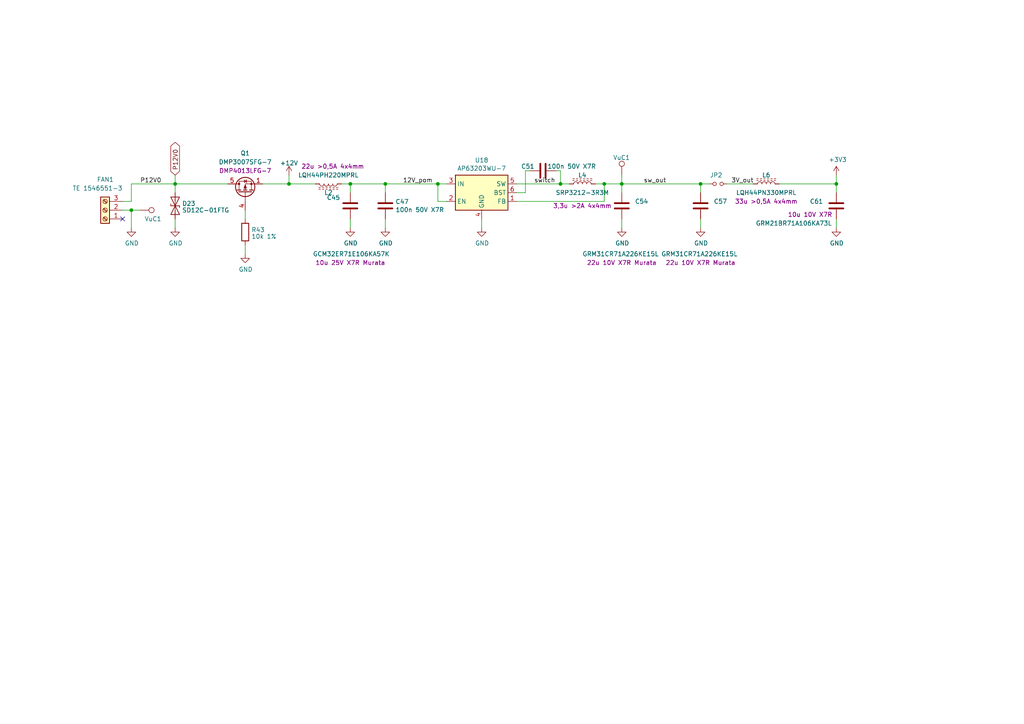
<source format=kicad_sch>
(kicad_sch (version 20230121) (generator eeschema)
  (paper "A4")
  (lib_symbols
    (symbol "Connector:Screw_Terminal_01x03" (pin_names (offset 1.016) hide)
      (property "Reference" "J" (at 0 5.08 0))
      (property "Value" "Screw_Terminal_01x03" (at 0 -5.08 0))
      (symbol "Screw_Terminal_01x03_1_1"
        (rectangle (start -1.27 3.81) (end 1.27 -3.81) (stroke (width 0.254)) (fill (type background)))
        (circle (center 0 -2.54) (radius 0.635) (stroke (width 0.1524)))
        (polyline (pts (xy -0.5334 -2.2098) (xy 0.3302 -3.048)) (stroke (width 0.1524)))
        (polyline (pts (xy -0.5334 0.3302) (xy 0.3302 -0.508)) (stroke (width 0.1524)))
        (polyline (pts (xy -0.5334 2.8702) (xy 0.3302 2.032)) (stroke (width 0.1524)))
        (polyline (pts (xy -0.3556 -2.032) (xy 0.508 -2.8702)) (stroke (width 0.1524)))
        (polyline (pts (xy -0.3556 0.508) (xy 0.508 -0.3302)) (stroke (width 0.1524)))
        (polyline (pts (xy -0.3556 3.048) (xy 0.508 2.2098)) (stroke (width 0.1524)))
        (circle (center 0 0) (radius 0.635) (stroke (width 0.1524)))
        (circle (center 0 2.54) (radius 0.635) (stroke (width 0.1524)))
        (pin passive line (at -5.08 2.54 0) (length 3.81) (name "Pin_1") (number "1"))
        (pin passive line (at -5.08 0 0) (length 3.81) (name "Pin_2") (number "2"))
        (pin passive line (at -5.08 -2.54 0) (length 3.81) (name "Pin_3") (number "3"))
      )
    )
    (symbol "Connector:TestPoint" (pin_numbers hide) (pin_names (offset 0.762) hide)
      (property "Reference" "TP" (at 0 6.858 0))
      (property "Value" "TestPoint" (at 0 5.08 0))
      (symbol "TestPoint_0_1"
        (circle (center 0 3.302) (radius 0.762))
      )
      (symbol "TestPoint_1_1"
        (pin passive line (at 0 0 90) (length 2.54) (name "1") (number "1"))
      )
    )
    (symbol "Device:C" (pin_numbers hide) (pin_names (offset 0.254))
      (property "Reference" "C" (at 0.635 2.54 0))
      (property "Value" "C" (at 0.635 -2.54 0))
      (symbol "C_0_1"
        (polyline (pts (xy -2.032 -0.762) (xy 2.032 -0.762)) (stroke (width 0.508)))
        (polyline (pts (xy -2.032 0.762) (xy 2.032 0.762)) (stroke (width 0.508)))
      )
      (symbol "C_1_1"
        (pin passive line (at 0 3.81 270) (length 2.794) (name "~") (number "1"))
        (pin passive line (at 0 -3.81 90) (length 2.794) (name "~") (number "2"))
      )
    )
    (symbol "Device:R" (pin_numbers hide) (pin_names (offset 0))
      (property "Reference" "R" (at 2.032 0 90))
      (property "Value" "R" (at 0 0 90))
      (symbol "R_0_1"
        (rectangle (start -1.016 -2.54) (end 1.016 2.54) (stroke (width 0.254)))
      )
      (symbol "R_1_1"
        (pin passive line (at 0 3.81 270) (length 1.27) (name "~") (number "1"))
        (pin passive line (at 0 -3.81 90) (length 1.27) (name "~") (number "2"))
      )
    )
    (symbol "Diode:SD12_SOD323" (pin_numbers hide) (pin_names (offset 1.016) hide)
      (property "Reference" "D" (at 0 2.54 0))
      (property "Value" "SD12_SOD323" (at 0 -2.54 0))
      (symbol "SD12_SOD323_0_1"
        (polyline (pts (xy 1.27 0) (xy -1.27 0)))
        (polyline (pts (xy -2.54 -1.27) (xy 0 0) (xy -2.54 1.27) (xy -2.54 -1.27)) (stroke (width 0.2032)))
        (polyline (pts (xy 0.508 1.27) (xy 0 1.27) (xy 0 -1.27) (xy -0.508 -1.27)) (stroke (width 0.2032)))
        (polyline (pts (xy 2.54 1.27) (xy 2.54 -1.27) (xy 0 0) (xy 2.54 1.27)) (stroke (width 0.2032)))
      )
      (symbol "SD12_SOD323_1_1"
        (pin passive line (at -3.81 0 0) (length 2.54) (name "A1") (number "1"))
        (pin passive line (at 3.81 0 180) (length 2.54) (name "A2") (number "2"))
      )
    )
    (symbol "Regulator_Switching:AP63205WU"
      (property "Reference" "U" (at -7.62 6.35 0))
      (property "Value" "AP63205WU" (at 2.54 6.35 0))
      (symbol "AP63205WU_0_1"
        (rectangle (start -7.62 5.08) (end 7.62 -5.08) (stroke (width 0.254)) (fill (type background)))
      )
      (symbol "AP63205WU_1_1"
        (pin input line (at 10.16 -2.54 180) (length 2.54) (name "FB") (number "1"))
        (pin input line (at -10.16 -2.54 0) (length 2.54) (name "EN") (number "2"))
        (pin power_in line (at -10.16 2.54 0) (length 2.54) (name "IN") (number "3"))
        (pin power_in line (at 0 -7.62 90) (length 2.54) (name "GND") (number "4"))
        (pin output line (at 10.16 2.54 180) (length 2.54) (name "SW") (number "5"))
        (pin passive line (at 10.16 0 180) (length 2.54) (name "BST") (number "6"))
      )
    )
    (symbol "Transistor_FET:DMP3013SFV" (pin_names hide)
      (property "Reference" "Q" (at 5.08 1.905 0))
      (property "Value" "DMP3013SFV" (at 5.08 0 0))
      (symbol "DMP3013SFV_0_1"
        (polyline (pts (xy 0.254 0) (xy -2.54 0)))
        (polyline (pts (xy 0.254 1.905) (xy 0.254 -1.905)) (stroke (width 0.254)))
        (polyline (pts (xy 0.762 -1.27) (xy 0.762 -2.286)) (stroke (width 0.254)))
        (polyline (pts (xy 0.762 0.508) (xy 0.762 -0.508)) (stroke (width 0.254)))
        (polyline (pts (xy 0.762 2.286) (xy 0.762 1.27)) (stroke (width 0.254)))
        (polyline (pts (xy 2.54 2.54) (xy 2.54 1.778)))
        (polyline (pts (xy 2.54 -2.54) (xy 2.54 0) (xy 0.762 0)))
        (polyline (pts (xy 0.762 1.778) (xy 3.302 1.778) (xy 3.302 -1.778) (xy 0.762 -1.778)))
        (polyline (pts (xy 2.286 0) (xy 1.27 0.381) (xy 1.27 -0.381) (xy 2.286 0)) (fill (type outline)))
        (polyline (pts (xy 2.794 -0.508) (xy 2.921 -0.381) (xy 3.683 -0.381) (xy 3.81 -0.254)))
        (polyline (pts (xy 3.302 -0.381) (xy 2.921 0.254) (xy 3.683 0.254) (xy 3.302 -0.381)))
        (circle (center 1.651 0) (radius 2.794) (stroke (width 0.254)))
        (circle (center 2.54 -1.778) (radius 0.254) (fill (type outline)))
        (circle (center 2.54 1.778) (radius 0.254) (fill (type outline)))
      )
      (symbol "DMP3013SFV_1_1"
        (pin passive line (at 2.54 -5.08 90) (length 2.54) (name "S") (number "1"))
        (pin passive line (at 2.54 -5.08 90) (length 2.54) hide (name "S") (number "2"))
        (pin passive line (at 2.54 -5.08 90) (length 2.54) hide (name "S") (number "3"))
        (pin passive line (at -5.08 0 0) (length 2.54) (name "G") (number "4"))
        (pin passive line (at 2.54 5.08 270) (length 2.54) (name "D") (number "5"))
      )
    )
    (symbol "power:+12V" (power) (pin_names (offset 0))
      (property "Value" "+12V" (at 0 3.556 0))
      (symbol "+12V_0_1"
        (polyline (pts (xy -0.762 1.27) (xy 0 2.54)))
        (polyline (pts (xy 0 0) (xy 0 2.54)))
        (polyline (pts (xy 0 2.54) (xy 0.762 1.27)))
      )
      (symbol "+12V_1_1"
        (pin power_in line (at 0 0 90) (length 0) hide (name "+12V") (number "1"))
      )
    )
    (symbol "power:+3V3" (power) (pin_names (offset 0))
      (property "Value" "+3V3" (at 0 3.556 0))
      (symbol "+3V3_0_1"
        (polyline (pts (xy -0.762 1.27) (xy 0 2.54)))
        (polyline (pts (xy 0 0) (xy 0 2.54)))
        (polyline (pts (xy 0 2.54) (xy 0.762 1.27)))
      )
      (symbol "+3V3_1_1"
        (pin power_in line (at 0 0 90) (length 0) hide (name "+3V3") (number "1"))
      )
    )
    (symbol "power:GND" (power) (pin_names (offset 0))
      (property "Value" "GND" (at 0 -3.81 0))
      (symbol "GND_0_1"
        (polyline (pts (xy 0 0) (xy 0 -1.27) (xy 1.27 -1.27) (xy 0 -2.54) (xy -1.27 -1.27) (xy 0 -1.27)))
      )
      (symbol "GND_1_1"
        (pin power_in line (at 0 0 270) (length 0) hide (name "GND") (number "1"))
      )
    )
    (symbol "powersc7-rescue:Jumper_NO_Small-Device" (pin_numbers hide) (pin_names (offset 0.762) hide)
      (property "Reference" "JP" (at 0 2.032 0))
      (property "Value" "Device_Jumper_NO_Small" (at 0.254 -1.524 0))
      (symbol "Jumper_NO_Small-Device_0_1"
        (circle (center -1.016 0) (radius 0.508))
        (circle (center 1.016 0) (radius 0.508))
        (pin passive line (at -2.54 0 0) (length 1.016) (name "1") (number "1"))
        (pin passive line (at 2.54 0 180) (length 1.016) (name "2") (number "2"))
      )
    )
    (symbol "powersc7-rescue:L_Core_Ferrite-Device" (pin_numbers hide) (pin_names (offset 1.016) hide)
      (property "Reference" "L" (at -1.27 0 90))
      (property "Value" "Device_L_Core_Ferrite" (at 2.794 0 90))
      (symbol "L_Core_Ferrite-Device_0_1"
        (arc (start 0 -2.54) (mid 0.6323 -1.905) (end 0 -1.27))
        (arc (start 0 -1.27) (mid 0.6323 -0.635) (end 0 0))
        (polyline (pts (xy 1.016 -2.794) (xy 1.016 -2.286)))
        (polyline (pts (xy 1.016 -1.778) (xy 1.016 -1.27)))
        (polyline (pts (xy 1.016 -0.762) (xy 1.016 -0.254)))
        (polyline (pts (xy 1.016 0.254) (xy 1.016 0.762)))
        (polyline (pts (xy 1.016 1.27) (xy 1.016 1.778)))
        (polyline (pts (xy 1.016 2.286) (xy 1.016 2.794)))
        (polyline (pts (xy 1.524 -2.286) (xy 1.524 -2.794)))
        (polyline (pts (xy 1.524 -1.27) (xy 1.524 -1.778)))
        (polyline (pts (xy 1.524 -0.254) (xy 1.524 -0.762)))
        (polyline (pts (xy 1.524 0.762) (xy 1.524 0.254)))
        (polyline (pts (xy 1.524 1.778) (xy 1.524 1.27)))
        (polyline (pts (xy 1.524 2.794) (xy 1.524 2.286)))
        (arc (start 0 0) (mid 0.6323 0.635) (end 0 1.27))
        (arc (start 0 1.27) (mid 0.6323 1.905) (end 0 2.54))
      )
      (symbol "L_Core_Ferrite-Device_1_1"
        (pin passive line (at 0 3.81 270) (length 1.27) (name "1") (number "1"))
        (pin passive line (at 0 -3.81 90) (length 1.27) (name "2") (number "2"))
      )
    )
  )
  (junction (at 50.8 53.34))
  (junction (at 111.76 53.34))
  (junction (at 242.57 53.34))
  (junction (at 162.56 53.34))
  (junction (at 38.1 60.96))
  (junction (at 101.6 53.34))
  (junction (at 175.26 53.34))
  (junction (at 180.34 53.34))
  (junction (at 83.82 53.34))
  (junction (at 203.2 53.34))
  (junction (at 127 53.34))
  (no_connect (at 35.56 63.5))
  (wire (pts (xy 175.26 58.42) (xy 175.26 53.34)))
  (wire (pts (xy 162.56 49.53) (xy 161.29 49.53)))
  (wire (pts (xy 203.2 53.34) (xy 180.34 53.34)))
  (wire (pts (xy 203.2 53.34) (xy 203.2 55.88)))
  (wire (pts (xy 111.76 53.34) (xy 127 53.34)))
  (wire (pts (xy 127 53.34) (xy 129.54 53.34)))
  (wire (pts (xy 180.34 53.34) (xy 175.26 53.34)))
  (wire (pts (xy 210.82 53.34) (xy 218.44 53.34)))
  (wire (pts (xy 127 58.42) (xy 127 53.34)))
  (wire (pts (xy 71.12 73.66) (xy 71.12 71.12)))
  (wire (pts (xy 101.6 53.34) (xy 111.76 53.34)))
  (wire (pts (xy 165.1 53.34) (xy 162.56 53.34)))
  (wire (pts (xy 83.82 53.34) (xy 91.44 53.34)))
  (wire (pts (xy 50.8 50.8) (xy 50.8 53.34)))
  (wire (pts (xy 111.76 55.88) (xy 111.76 53.34)))
  (wire (pts (xy 71.12 60.96) (xy 71.12 63.5)))
  (wire (pts (xy 242.57 66.04) (xy 242.57 63.5)))
  (wire (pts (xy 153.67 49.53) (xy 152.4 49.53)))
  (wire (pts (xy 152.4 55.88) (xy 149.86 55.88)))
  (wire (pts (xy 40.64 60.96) (xy 38.1 60.96)))
  (wire (pts (xy 50.8 53.34) (xy 50.8 55.88)))
  (wire (pts (xy 152.4 49.53) (xy 152.4 55.88)))
  (wire (pts (xy 242.57 50.8) (xy 242.57 53.34)))
  (wire (pts (xy 38.1 60.96) (xy 38.1 66.04)))
  (wire (pts (xy 129.54 58.42) (xy 127 58.42)))
  (wire (pts (xy 180.34 50.8) (xy 180.34 53.34)))
  (wire (pts (xy 83.82 50.8) (xy 83.82 53.34)))
  (wire (pts (xy 226.06 53.34) (xy 242.57 53.34)))
  (wire (pts (xy 162.56 49.53) (xy 162.56 53.34)))
  (wire (pts (xy 180.34 63.5) (xy 180.34 66.04)))
  (wire (pts (xy 50.8 53.34) (xy 66.04 53.34)))
  (wire (pts (xy 111.76 66.04) (xy 111.76 63.5)))
  (wire (pts (xy 35.56 58.42) (xy 38.1 58.42)))
  (wire (pts (xy 149.86 58.42) (xy 175.26 58.42)))
  (wire (pts (xy 38.1 60.96) (xy 35.56 60.96)))
  (wire (pts (xy 149.86 53.34) (xy 162.56 53.34)))
  (wire (pts (xy 99.06 53.34) (xy 101.6 53.34)))
  (wire (pts (xy 50.8 66.04) (xy 50.8 63.5)))
  (wire (pts (xy 205.74 53.34) (xy 203.2 53.34)))
  (wire (pts (xy 101.6 55.88) (xy 101.6 53.34)))
  (wire (pts (xy 175.26 53.34) (xy 172.72 53.34)))
  (wire (pts (xy 242.57 53.34) (xy 242.57 55.88)))
  (wire (pts (xy 203.2 66.04) (xy 203.2 63.5)))
  (wire (pts (xy 101.6 66.04) (xy 101.6 63.5)))
  (wire (pts (xy 38.1 53.34) (xy 38.1 58.42)))
  (wire (pts (xy 38.1 53.34) (xy 50.8 53.34)))
  (wire (pts (xy 180.34 53.34) (xy 180.34 55.88)))
  (wire (pts (xy 139.7 66.04) (xy 139.7 63.5)))
  (wire (pts (xy 76.2 53.34) (xy 83.82 53.34)))
  (label "3V_out" (at 212.09 53.34 0))
  (label "sw_out" (at 186.69 53.34 0))
  (label "P12V0" (at 40.64 53.34 0))
  (label "12V_pom" (at 116.84 53.34 0))
  (label "switch" (at 154.94 53.34 0))
  (global_label "P12V0" (shape bidirectional) (at 50.8 50.8 90) (property "Intersheetrefs" "${INTERSHEET_REFS}" (effects hide)))
  (symbol (lib_id "power:GND") (at 203.2 66.04 0) (unit 1)
    (property "Reference" "#PWR0106" (effects hide))
    (property "Value" "GND" (at 203.327 70.5358 0))
    (instances (project "powersc7" (path "" (reference "#PWR0106") (unit 1))) (project "current100A_Artiq" (path "" (reference "#PWR074") (unit 1))))
  )
  (symbol (lib_id "power:GND") (at 50.8 66.04 0) (unit 1)
    (property "Reference" "#PWR092" (effects hide))
    (property "Value" "GND" (at 50.927 70.5358 0))
    (instances (project "powersc7" (path "" (reference "#PWR092") (unit 1))) (project "current100A_Artiq" (path "" (reference "#PWR0105") (unit 1))))
  )
  (symbol (lib_id "power:GND") (at 139.7 66.04 0) (unit 1)
    (property "Reference" "#PWR097" (effects hide))
    (property "Value" "GND" (at 139.827 70.5358 0))
    (instances (project "powersc7" (path "" (reference "#PWR097") (unit 1))) (project "current100A_Artiq" (path "" (reference "#PWR072") (unit 1))))
  )
  (symbol (lib_id "Device:C") (at 180.34 59.69 0) (unit 1)
    (property "Reference" "C54" (at 184.15 58.42 0) (effects (justify left)))
    (property "Value" "GRM31CR71A226KE15L" (at 168.91 73.66 0) (effects (justify left)))
    (property "Footprint" "Capacitor_SMD:C_1206_3216Metric" (effects hide))
    (property "Comm" "22u 10V X7R Murata" (at 170.18 76.2 0) (effects (justify left)))
    (instances (project "powersc7" (path "" (reference "C54") (unit 1))) (project "current100A_Artiq" (path "" (reference "C21") (unit 1))))
  )
  (symbol (lib_id "power:GND") (at 242.57 66.04 0) (unit 1)
    (property "Reference" "#PWR0111" (effects hide))
    (property "Value" "GND" (at 242.697 70.5358 0))
    (instances (project "powersc7" (path "" (reference "#PWR0111") (unit 1))) (project "current100A_Artiq" (path "" (reference "#PWR076") (unit 1))))
  )
  (symbol (lib_id "powersc7-rescue:Jumper_NO_Small-Device") (at 208.28 53.34 0) (mirror y) (unit 1)
    (property "Reference" "JP2" (at 209.55 50.8 0) (effects (justify left)))
    (property "Value" "Jumper_NO_Small" (effects hide))
    (property "Footprint" "ff_lib_7:GS2_small" (effects hide))
  )
  (symbol (lib_id "Device:R") (at 71.12 67.31 0) (unit 1)
    (property "Reference" "R43" (at 72.898 66.6663 0) (effects (justify left)))
    (property "Value" "10k 1%" (at 72.898 68.5873 0) (effects (justify left)))
    (property "Footprint" "ff_lib_7:R_0603_ff" (effects hide))
  )
  (symbol (lib_id "Device:C") (at 157.48 49.53 270) (unit 1)
    (property "Reference" "C51" (at 151.13 48.26 90) (effects (justify left)))
    (property "Value" "100n 50V X7R" (at 158.75 48.26 90) (effects (justify left)))
    (property "Footprint" "Capacitor_SMD:C_0603_1608Metric" (effects hide))
    (instances (project "powersc7" (path "" (reference "C51") (unit 1))) (project "current100A_Artiq" (path "" (reference "C20") (unit 1))))
  )
  (symbol (lib_id "Connector:TestPoint") (at 40.64 60.96 270) (unit 1)
    (property "Reference" "VuC1" (at 41.91 63.5 90) (effects (justify left)))
    (property "Value" "TestPoint" (effects hide))
    (property "Footprint" "TestPoint:TestPoint_Bridge_Pitch2.54mm_Drill1.0mm" (effects hide))
    (instances (project "powersc7" (path "" (reference "VuC1") (unit 1))) (project "current100A_Artiq" (path "" (reference "GND1") (unit 1))))
  )
  (symbol (lib_id "power:GND") (at 180.34 66.04 0) (unit 1)
    (property "Reference" "#PWR0101" (effects hide))
    (property "Value" "GND" (at 180.467 70.5358 0))
    (instances (project "powersc7" (path "" (reference "#PWR0101") (unit 1))) (project "current100A_Artiq" (path "" (reference "#PWR073") (unit 1))))
  )
  (symbol (lib_id "Device:C") (at 111.76 59.69 0) (unit 1)
    (property "Reference" "C47" (at 114.681 58.4962 0) (effects (justify left)))
    (property "Value" "100n 50V X7R" (at 114.681 60.8584 0) (effects (justify left)))
    (property "Footprint" "Capacitor_SMD:C_0603_1608Metric" (effects hide))
    (instances (project "powersc7" (path "" (reference "C47") (unit 1))) (project "current100A_Artiq" (path "" (reference "C19") (unit 1))))
  )
  (symbol (lib_id "Diode:SD12_SOD323") (at 50.8 59.69 90) (unit 1)
    (property "Reference" "D23" (at 52.8066 59.0463 90) (effects (justify right)))
    (property "Value" "SD12C-01FTG" (at 52.8066 60.9673 90) (effects (justify right)))
    (property "Footprint" "Diode_SMD:D_SOD-323" (effects hide))
    (property "Datasheet" "https://www.littelfuse.com/~/media/electronics/datasheets/tvs_diode_arrays/littelfuse_tvs_diode_array_sd_c_datasheet.pdf.pdf" (effects hide))
  )
  (symbol (lib_id "powersc7-rescue:L_Core_Ferrite-Device") (at 222.25 53.34 270) (mirror x) (unit 1)
    (property "Reference" "L6" (at 222.25 50.8 90))
    (property "Value" "LQH44PN330MPRL" (at 222.25 55.88 90))
    (property "Footprint" "ff_lib_7:L_MURATA_LQH44" (effects hide))
    (property "Comm" "33u >0,5A 4x4mm" (at 222.25 58.42 90))
    (instances (project "powersc7" (path "" (reference "L6") (unit 1))) (project "current100A_Artiq" (path "" (reference "L3") (unit 1))))
  )
  (symbol (lib_id "power:+12V") (at 83.82 50.8 0) (unit 1)
    (property "Reference" "#PWR068" (effects hide))
    (property "Value" "+12V" (at 83.82 47.2981 0))
  )
  (symbol (lib_id "power:GND") (at 71.12 73.66 0) (unit 1)
    (property "Reference" "#PWR092" (effects hide))
    (property "Value" "GND" (at 71.247 78.1558 0))
    (instances (project "powersc7" (path "" (reference "#PWR092") (unit 1))) (project "current100A_Artiq" (path "" (reference "#PWR0106") (unit 1))))
  )
  (symbol (lib_id "Device:C") (at 242.57 59.69 0) (mirror y) (unit 1)
    (property "Reference" "C61" (at 238.76 58.42 0) (effects (justify left)))
    (property "Value" "GRM21BR71A106KA73L" (at 241.3 64.77 0) (effects (justify left)))
    (property "Footprint" "Capacitor_SMD:C_0805_2012Metric" (effects hide))
    (property "Comm" "10u 10V X7R" (at 234.95 62.23 0))
    (instances (project "powersc7" (path "" (reference "C61") (unit 1))) (project "current100A_Artiq" (path "" (reference "C23") (unit 1))))
  )
  (symbol (lib_id "power:GND") (at 111.76 66.04 0) (unit 1)
    (property "Reference" "#PWR094" (effects hide))
    (property "Value" "GND" (at 111.887 70.5358 0))
    (instances (project "powersc7" (path "" (reference "#PWR094") (unit 1))) (project "current100A_Artiq" (path "" (reference "#PWR071") (unit 1))))
  )
  (symbol (lib_id "powersc7-rescue:L_Core_Ferrite-Device") (at 95.25 53.34 270) (unit 1)
    (property "Reference" "L2" (at 95.25 55.88 90))
    (property "Value" "LQH44PH220MPRL" (at 95.25 50.8 90))
    (property "Footprint" "ff_lib_7:L_MURATA_LQH44" (effects hide))
    (property "Comm" "22u >0,5A 4x4mm" (at 96.52 48.26 90))
    (instances (project "powersc7" (path "" (reference "L2") (unit 1))) (project "current100A_Artiq" (path "" (reference "L1") (unit 1))))
  )
  (symbol (lib_id "Device:C") (at 203.2 59.69 0) (unit 1)
    (property "Reference" "C57" (at 207.01 58.42 0) (effects (justify left)))
    (property "Value" "GRM31CR71A226KE15L" (at 191.77 73.66 0) (effects (justify left)))
    (property "Footprint" "Capacitor_SMD:C_1206_3216Metric" (effects hide))
    (property "Comm" "22u 10V X7R Murata" (at 193.04 76.2 0) (effects (justify left)))
    (instances (project "powersc7" (path "" (reference "C57") (unit 1))) (project "current100A_Artiq" (path "" (reference "C22") (unit 1))))
  )
  (symbol (lib_id "power:GND") (at 38.1 66.04 0) (unit 1)
    (property "Reference" "#PWR092" (effects hide))
    (property "Value" "GND" (at 38.227 70.5358 0))
    (instances (project "powersc7" (path "" (reference "#PWR092") (unit 1))) (project "current100A_Artiq" (path "" (reference "#PWR069") (unit 1))))
  )
  (symbol (lib_id "Connector:TestPoint") (at 180.34 50.8 0) (unit 1)
    (property "Reference" "VuC1" (at 177.8 45.72 0) (effects (justify left)))
    (property "Value" "TestPoint" (effects hide))
    (property "Footprint" "TestPoint:TestPoint_THTPad_1.5x1.5mm_Drill0.7mm" (effects hide))
    (instances (project "powersc7" (path "" (reference "VuC1") (unit 1))) (project "current100A_Artiq" (path "" (reference "P3V3") (unit 1))))
  )
  (symbol (lib_id "Regulator_Switching:AP63205WU") (at 139.7 55.88 0) (unit 1)
    (property "Reference" "U18" (at 139.7 46.482 0))
    (property "Value" "AP63203WU-7" (at 139.7 48.8442 0))
    (property "Footprint" "Package_TO_SOT_SMD:TSOT-23-6" (effects hide))
    (property "Datasheet" "https://www.diodes.com/assets/Datasheets/AP63200-AP63201-AP63203-AP63205.pdf" (effects hide))
    (instances (project "powersc7" (path "" (reference "U18") (unit 1))) (project "current100A_Artiq" (path "" (reference "U5") (unit 1))))
  )
  (symbol (lib_id "Device:C") (at 101.6 59.69 0) (mirror y) (unit 1)
    (property "Reference" "C45" (at 98.679 57.3278 0) (effects (justify left)))
    (property "Value" "GCM32ER71E106KA57K" (at 113.03 73.66 0) (effects (justify left)))
    (property "Footprint" "Capacitor_SMD:C_1210_3225Metric" (effects hide))
    (property "Comm" "10u 25V X7R Murata" (at 111.76 76.2 0) (effects (justify left)))
    (instances (project "powersc7" (path "" (reference "C45") (unit 1))) (project "current100A_Artiq" (path "" (reference "C18") (unit 1))))
  )
  (symbol (lib_id "Connector:Screw_Terminal_01x03") (at 30.48 60.96 180) (unit 1)
    (property "Reference" "FAN1" (at 33.02 52.07 0) (effects (justify left)))
    (property "Value" "TE 1546551-3" (at 35.56 54.61 0) (effects (justify left)))
    (property "Footprint" "TerminalBlock_Phoenix:TerminalBlock_Phoenix_PT-1,5-3-3.5-H_1x03_P3.50mm_Horizontal" (effects hide))
    (instances (project "control7" (path "" (reference "FAN1") (unit 1))) (project "current100A_Artiq" (path "" (reference "POW1") (unit 1))))
  )
  (symbol (lib_id "power:+3V3") (at 242.57 50.8 0) (unit 1)
    (property "Reference" "#PWR0110" (effects hide))
    (property "Value" "+3V3" (at 242.951 46.3042 0))
    (instances (project "powersc7" (path "" (reference "#PWR0110") (unit 1))) (project "current100A_Artiq" (path "" (reference "#PWR075") (unit 1))))
  )
  (symbol (lib_id "powersc7-rescue:L_Core_Ferrite-Device") (at 168.91 53.34 270) (mirror x) (unit 1)
    (property "Reference" "L4" (at 168.91 50.8 90))
    (property "Value" "SRP3212-3R3M" (at 168.91 55.88 90))
    (property "Footprint" "ff_lib_7:L_Bourns_SRP3212" (effects hide))
    (property "Comm" "3,3u >2A 4x4mm" (at 168.91 59.69 90))
    (instances (project "powersc7" (path "" (reference "L4") (unit 1))) (project "current100A_Artiq" (path "" (reference "L2") (unit 1))))
  )
  (symbol (lib_id "Transistor_FET:DMP3013SFV") (at 71.12 55.88 90) (unit 1)
    (property "Reference" "Q1" (at 71.12 44.45 90))
    (property "Value" "DMP3007SFG-7" (at 71.12 46.99 90))
    (property "Footprint" "ff_lib_7:Diodes_PowerDI3333-8" (effects hide))
    (property "Datasheet" "https://www.diodes.com/assets/Datasheets/DMP3007SFG.pdf" (effects hide))
    (property "Comm" "DMP4013LFG-7" (at 71.12 49.53 90))
  )
  (symbol (lib_id "power:GND") (at 101.6 66.04 0) (unit 1)
    (property "Reference" "#PWR092" (effects hide))
    (property "Value" "GND" (at 101.727 70.5358 0))
    (instances (project "powersc7" (path "" (reference "#PWR092") (unit 1))) (project "current100A_Artiq" (path "" (reference "#PWR070") (unit 1))))
  )
)
</source>
